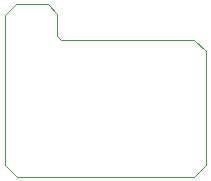
<source format=gko>
G75*
%MOIN*%
%OFA0B0*%
%FSLAX25Y25*%
%IPPOS*%
%LPD*%
%AMOC8*
5,1,8,0,0,1.08239X$1,22.5*
%
%ADD10C,0.00000*%
D10*
X0126591Y0087614D02*
X0126591Y0137614D01*
X0130134Y0141157D01*
X0140764Y0141157D01*
X0143913Y0138008D01*
X0143913Y0130528D01*
X0145094Y0129346D01*
X0189583Y0129346D01*
X0193520Y0125409D01*
X0193520Y0087614D01*
X0189583Y0083677D01*
X0130528Y0083677D01*
X0126591Y0087614D01*
M02*

</source>
